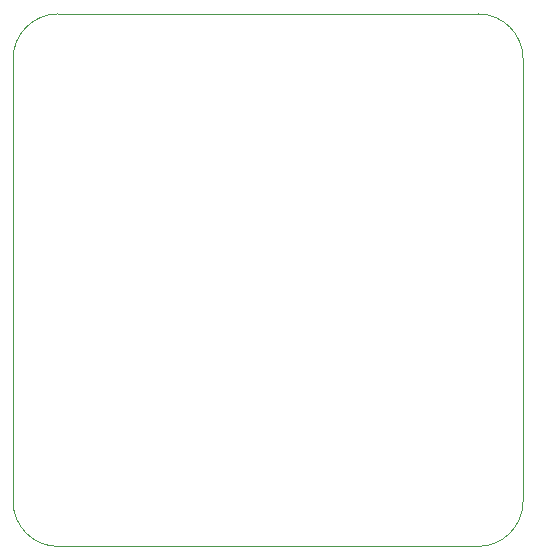
<source format=gbr>
%TF.GenerationSoftware,KiCad,Pcbnew,(5.1.6)-1*%
%TF.CreationDate,2020-09-04T23:44:55+02:00*%
%TF.ProjectId,gpioexpander3,6770696f-6578-4706-916e-646572332e6b,rev?*%
%TF.SameCoordinates,Original*%
%TF.FileFunction,Profile,NP*%
%FSLAX46Y46*%
G04 Gerber Fmt 4.6, Leading zero omitted, Abs format (unit mm)*
G04 Created by KiCad (PCBNEW (5.1.6)-1) date 2020-09-04 23:44:55*
%MOMM*%
%LPD*%
G01*
G04 APERTURE LIST*
%TA.AperFunction,Profile*%
%ADD10C,0.050000*%
%TD*%
G04 APERTURE END LIST*
D10*
X162560000Y-60960000D02*
X127000000Y-60960000D01*
X123190000Y-102235000D02*
X123190000Y-64770000D01*
X162560000Y-106045000D02*
X127000000Y-106045000D01*
X166370000Y-64770000D02*
X166370000Y-102235000D01*
X123190000Y-64770000D02*
G75*
G02*
X127000000Y-60960000I3810000J0D01*
G01*
X127000000Y-106045000D02*
G75*
G02*
X123190000Y-102235000I0J3810000D01*
G01*
X166370000Y-102235000D02*
G75*
G02*
X162560000Y-106045000I-3810000J0D01*
G01*
X162560000Y-60960000D02*
G75*
G02*
X166370000Y-64770000I0J-3810000D01*
G01*
M02*

</source>
